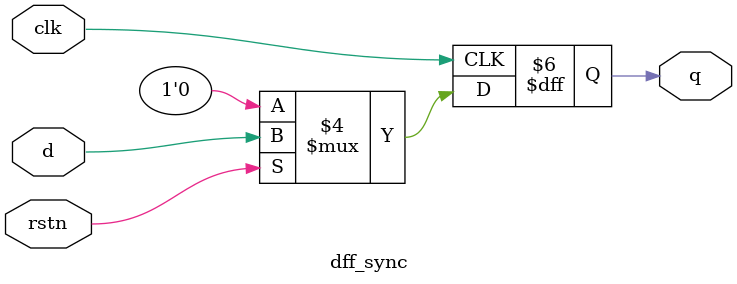
<source format=sv>
module dff_sync #(parameter WIDTH=1) (
    input clk, rstn, 
    input [WIDTH-1:0] d,
    output reg [WIDTH-1:0] q
);
always @(posedge clk) begin
    if (!rstn) q <= 0;
    else       q <= d;
end
endmodule
</source>
